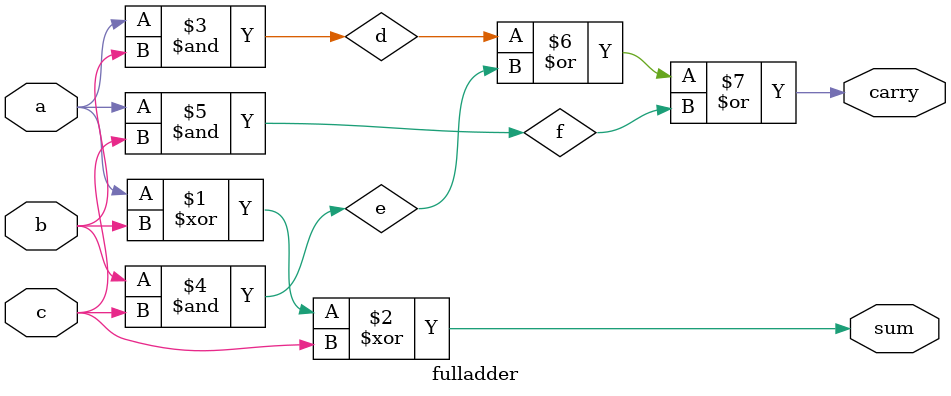
<source format=v>
`timescale 1ns / 1ps
module fulladder(a, b, c, sum, carry);

	input a;
	input b;
	input c;
	output sum;
	output carry;
	wire d,e,f;

	xor(sum,a,b,c);
	and(d,a,b);
	and(e,b,c);
	and(f,a,c);
	or(carry,d,e,f);

endmodule

</source>
